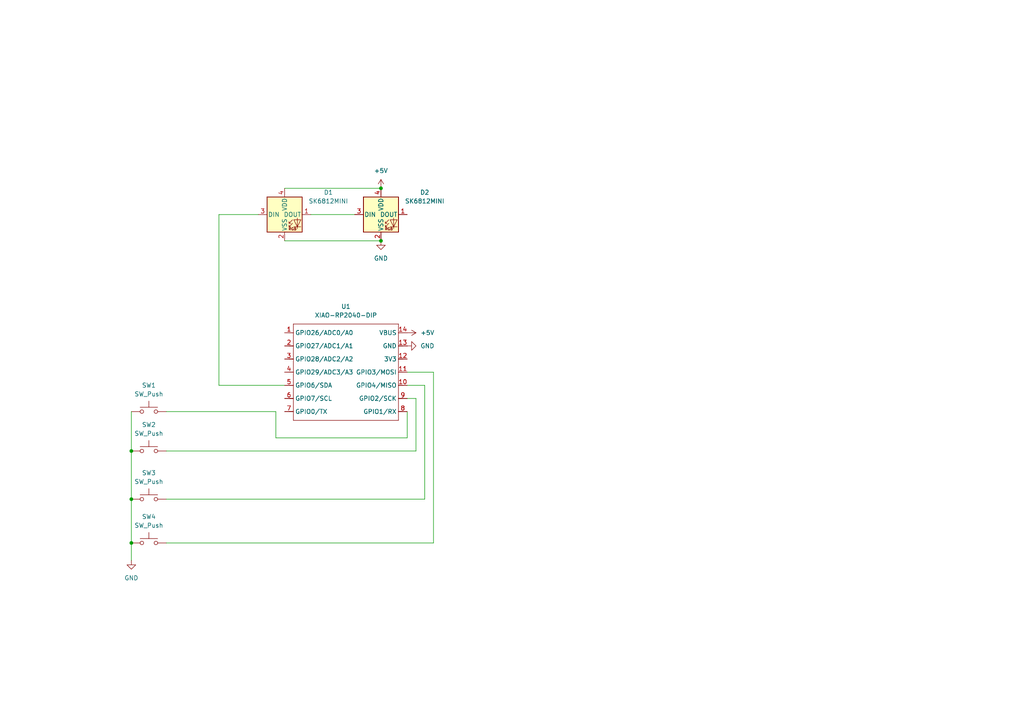
<source format=kicad_sch>
(kicad_sch (version 20250114) (generator "eeschema") (generator_version "9.0")
  (paper "A4")
  (lib_symbols
    (symbol "LED:SK6812MINI" (pin_names (offset 0.254))
      (property "Reference" "D" (at 5.08 5.715 0))
      (property "Value" "SK6812MINI" (at 1.27 -5.715 0))
      (symbol "SK6812MINI_0_0"
        (text "RGB" (at 2.286 -4.191 0) (effects (font (size 0.762 0.762))))
      )
      (symbol "SK6812MINI_0_1"
        (polyline (pts (xy 1.27 -2.54) (xy 1.778 -2.54)))
        (polyline (pts (xy 1.27 -3.556) (xy 1.778 -3.556)))
        (polyline (pts (xy 2.286 -1.524) (xy 1.27 -2.54) (xy 1.27 -2.032)))
        (polyline (pts (xy 2.286 -2.54) (xy 1.27 -3.556) (xy 1.27 -3.048)))
        (polyline (pts (xy 3.683 -1.016) (xy 3.683 -3.556) (xy 3.683 -4.064)))
        (polyline (pts (xy 4.699 -1.524) (xy 2.667 -1.524) (xy 3.683 -3.556) (xy 4.699 -1.524)))
        (polyline (pts (xy 4.699 -3.556) (xy 2.667 -3.556)))
        (rectangle (start 5.08 5.08) (end -5.08 -5.08) (stroke (width 0.254)) (fill (type background)))
      )
      (symbol "SK6812MINI_1_1"
        (pin input line (at -7.62 0 0) (length 2.54) (name "DIN") (number "3"))
        (pin power_in line (at 0 7.62 270) (length 2.54) (name "VDD") (number "4"))
        (pin power_in line (at 0 -7.62 90) (length 2.54) (name "VSS") (number "2"))
        (pin output line (at 7.62 0 180) (length 2.54) (name "DOUT") (number "1"))
      )
    )
    (symbol "OPL:XIAO-RP2040-DIP"
      (property "Reference" "U" (at 0 0 0))
      (property "Value" "XIAO-RP2040-DIP" (at 5.334 -1.778 0))
      (symbol "XIAO-RP2040-DIP_1_0"
        (polyline (pts (xy -1.27 -2.54) (xy 29.21 -2.54)) (stroke (width 0.1524)))
        (polyline (pts (xy -1.27 -5.08) (xy -2.54 -5.08)) (stroke (width 0.1524)))
        (polyline (pts (xy -1.27 -5.08) (xy -1.27 -2.54)) (stroke (width 0.1524)))
        (polyline (pts (xy -1.27 -8.89) (xy -2.54 -8.89)) (stroke (width 0.1524)))
        (polyline (pts (xy -1.27 -8.89) (xy -1.27 -5.08)) (stroke (width 0.1524)))
        (polyline (pts (xy -1.27 -12.7) (xy -2.54 -12.7)) (stroke (width 0.1524)))
        (polyline (pts (xy -1.27 -12.7) (xy -1.27 -8.89)) (stroke (width 0.1524)))
        (polyline (pts (xy -1.27 -16.51) (xy -2.54 -16.51)) (stroke (width 0.1524)))
        (polyline (pts (xy -1.27 -16.51) (xy -1.27 -12.7)) (stroke (width 0.1524)))
        (polyline (pts (xy -1.27 -20.32) (xy -2.54 -20.32)) (stroke (width 0.1524)))
        (polyline (pts (xy -1.27 -24.13) (xy -2.54 -24.13)) (stroke (width 0.1524)))
        (polyline (pts (xy -1.27 -27.94) (xy -2.54 -27.94)) (stroke (width 0.1524)))
        (polyline (pts (xy -1.27 -30.48) (xy -1.27 -16.51)) (stroke (width 0.1524)))
        (polyline (pts (xy 29.21 -2.54) (xy 29.21 -5.08)) (stroke (width 0.1524)))
        (polyline (pts (xy 29.21 -5.08) (xy 29.21 -8.89)) (stroke (width 0.1524)))
        (polyline (pts (xy 29.21 -8.89) (xy 29.21 -12.7)) (stroke (width 0.1524)))
        (polyline (pts (xy 29.21 -12.7) (xy 29.21 -30.48)) (stroke (width 0.1524)))
        (polyline (pts (xy 29.21 -30.48) (xy -1.27 -30.48)) (stroke (width 0.1524)))
        (polyline (pts (xy 30.48 -5.08) (xy 29.21 -5.08)) (stroke (width 0.1524)))
        (polyline (pts (xy 30.48 -8.89) (xy 29.21 -8.89)) (stroke (width 0.1524)))
        (polyline (pts (xy 30.48 -12.7) (xy 29.21 -12.7)) (stroke (width 0.1524)))
        (polyline (pts (xy 30.48 -16.51) (xy 29.21 -16.51)) (stroke (width 0.1524)))
        (polyline (pts (xy 30.48 -20.32) (xy 29.21 -20.32)) (stroke (width 0.1524)))
        (polyline (pts (xy 30.48 -24.13) (xy 29.21 -24.13)) (stroke (width 0.1524)))
        (polyline (pts (xy 30.48 -27.94) (xy 29.21 -27.94)) (stroke (width 0.1524)))
        (pin passive line (at -3.81 -5.08 0) (length 2.54) (name "GPIO26/ADC0/A0") (number "1"))
        (pin passive line (at -3.81 -8.89 0) (length 2.54) (name "GPIO27/ADC1/A1") (number "2"))
        (pin passive line (at -3.81 -12.7 0) (length 2.54) (name "GPIO28/ADC2/A2") (number "3"))
        (pin passive line (at -3.81 -16.51 0) (length 2.54) (name "GPIO29/ADC3/A3") (number "4"))
        (pin passive line (at -3.81 -20.32 0) (length 2.54) (name "GPIO6/SDA") (number "5"))
        (pin passive line (at -3.81 -24.13 0) (length 2.54) (name "GPIO7/SCL") (number "6"))
        (pin passive line (at -3.81 -27.94 0) (length 2.54) (name "GPIO0/TX") (number "7"))
        (pin passive line (at 31.75 -5.08 180) (length 2.54) (name "VBUS") (number "14"))
        (pin passive line (at 31.75 -8.89 180) (length 2.54) (name "GND") (number "13"))
        (pin passive line (at 31.75 -12.7 180) (length 2.54) (name "3V3") (number "12"))
        (pin passive line (at 31.75 -16.51 180) (length 2.54) (name "GPIO3/MOSI") (number "11"))
        (pin passive line (at 31.75 -20.32 180) (length 2.54) (name "GPIO4/MISO") (number "10"))
        (pin passive line (at 31.75 -24.13 180) (length 2.54) (name "GPIO2/SCK") (number "9"))
        (pin passive line (at 31.75 -27.94 180) (length 2.54) (name "GPIO1/RX") (number "8"))
      )
    )
    (symbol "Switch:SW_Push" (pin_numbers (hide yes)) (pin_names (offset 1.016) (hide yes))
      (property "Reference" "SW" (at 1.27 2.54 0))
      (property "Value" "SW_Push" (at 0 -1.524 0))
      (symbol "SW_Push_0_1"
        (circle (center -2.032 0) (radius 0.508))
        (polyline (pts (xy 0 1.27) (xy 0 3.048)))
        (circle (center 2.032 0) (radius 0.508))
        (polyline (pts (xy 2.54 1.27) (xy -2.54 1.27)))
        (pin passive line (at -5.08 0 0) (length 2.54) (name "1") (number "1"))
        (pin passive line (at 5.08 0 180) (length 2.54) (name "2") (number "2"))
      )
    )
    (symbol "power:+5V" (power) (pin_numbers (hide yes)) (pin_names (offset 0) (hide yes))
      (property "Value" "+5V" (at 0 3.556 0))
      (symbol "+5V_0_1"
        (polyline (pts (xy -0.762 1.27) (xy 0 2.54)))
        (polyline (pts (xy 0 2.54) (xy 0.762 1.27)))
        (polyline (pts (xy 0 0) (xy 0 2.54)))
      )
      (symbol "+5V_1_1"
        (pin power_in line (at 0 0 90) (length 0) (name "~") (number "1"))
      )
    )
    (symbol "power:GND" (power) (pin_numbers (hide yes)) (pin_names (offset 0) (hide yes))
      (property "Value" "GND" (at 0 -3.81 0))
      (symbol "GND_0_1"
        (polyline (pts (xy 0 0) (xy 0 -1.27) (xy 1.27 -1.27) (xy 0 -2.54) (xy -1.27 -1.27) (xy 0 -1.27)))
      )
      (symbol "GND_1_1"
        (pin power_in line (at 0 0 270) (length 0) (name "~") (number "1"))
      )
    )
  )
  (junction (at 110.49 69.85))
  (junction (at 38.1 130.81))
  (junction (at 38.1 157.48))
  (junction (at 110.49 54.61))
  (junction (at 38.1 144.78))
  (wire (pts (xy 48.26 119.38) (xy 80.01 119.38)))
  (wire (pts (xy 80.01 119.38) (xy 80.01 127)))
  (wire (pts (xy 63.5 62.23) (xy 63.5 111.76)))
  (wire (pts (xy 82.55 54.61) (xy 110.49 54.61)))
  (wire (pts (xy 38.1 119.38) (xy 38.1 130.81)))
  (wire (pts (xy 38.1 157.48) (xy 38.1 162.56)))
  (wire (pts (xy 120.65 115.57) (xy 118.11 115.57)))
  (wire (pts (xy 48.26 130.81) (xy 120.65 130.81)))
  (wire (pts (xy 120.65 130.81) (xy 120.65 115.57)))
  (wire (pts (xy 125.73 157.48) (xy 125.73 107.95)))
  (wire (pts (xy 48.26 144.78) (xy 123.19 144.78)))
  (wire (pts (xy 90.17 62.23) (xy 102.87 62.23)))
  (wire (pts (xy 82.55 69.85) (xy 110.49 69.85)))
  (wire (pts (xy 125.73 107.95) (xy 118.11 107.95)))
  (wire (pts (xy 123.19 111.76) (xy 118.11 111.76)))
  (wire (pts (xy 123.19 144.78) (xy 123.19 111.76)))
  (wire (pts (xy 63.5 111.76) (xy 82.55 111.76)))
  (wire (pts (xy 74.93 62.23) (xy 63.5 62.23)))
  (wire (pts (xy 48.26 157.48) (xy 125.73 157.48)))
  (wire (pts (xy 118.11 127) (xy 118.11 119.38)))
  (wire (pts (xy 38.1 130.81) (xy 38.1 144.78)))
  (wire (pts (xy 38.1 144.78) (xy 38.1 157.48)))
  (wire (pts (xy 80.01 127) (xy 118.11 127)))
  (symbol (lib_id "power:+5V") (at 110.49 54.61 0) (unit 1)
    (property "Reference" "#PWR02" (effects (hide yes)))
    (property "Value" "+5V" (at 110.49 49.53 0))
    (property "Description" "Power symbol creates a global label with name \"+5V\"" (effects (hide yes)))
  )
  (symbol (lib_id "Switch:SW_Push") (at 43.18 130.81 0) (unit 1)
    (property "Reference" "SW2" (at 43.18 123.19 0))
    (property "Value" "SW_Push" (at 43.18 125.73 0))
    (property "Footprint" "Button_Switch_Keyboard:SW_Cherry_MX_1.00u_PCB" (effects (hide yes)))
    (property "Description" "Push button switch, generic, two pins" (effects (hide yes)))
  )
  (symbol (lib_id "power:GND") (at 38.1 162.56 0) (unit 1)
    (property "Reference" "#PWR03" (effects (hide yes)))
    (property "Value" "GND" (at 38.1 167.64 0))
    (property "Description" "Power symbol creates a global label with name \"GND\" , ground" (effects (hide yes)))
  )
  (symbol (lib_id "LED:SK6812MINI") (at 82.55 62.23 0) (unit 1)
    (property "Reference" "D1" (at 95.25 55.8098 0))
    (property "Value" "SK6812MINI" (at 95.25 58.3498 0))
    (property "Footprint" "LED_SMD:LED_SK6812MINI_PLCC4_3.5x3.5mm_P1.75mm" (effects (hide yes)))
    (property "Datasheet" "https://cdn-shop.adafruit.com/product-files/2686/SK6812MINI_REV.01-1-2.pdf" (effects (hide yes)))
    (property "Description" "RGB LED with integrated controller" (effects (hide yes)))
  )
  (symbol (lib_id "power:GND") (at 110.49 69.85 0) (unit 1)
    (property "Reference" "#PWR01" (effects (hide yes)))
    (property "Value" "GND" (at 110.49 74.93 0))
    (property "Description" "Power symbol creates a global label with name \"GND\" , ground" (effects (hide yes)))
  )
  (symbol (lib_id "Switch:SW_Push") (at 43.18 119.38 0) (unit 1)
    (property "Reference" "SW1" (at 43.18 111.76 0))
    (property "Value" "SW_Push" (at 43.18 114.3 0))
    (property "Footprint" "Button_Switch_Keyboard:SW_Cherry_MX_1.00u_PCB" (effects (hide yes)))
    (property "Description" "Push button switch, generic, two pins" (effects (hide yes)))
  )
  (symbol (lib_id "power:+5V") (at 118.11 96.52 270) (unit 1)
    (property "Reference" "#PWR05" (effects (hide yes)))
    (property "Value" "+5V" (at 121.92 96.5199 90) (effects (justify left)))
    (property "Description" "Power symbol creates a global label with name \"+5V\"" (effects (hide yes)))
  )
  (symbol (lib_id "Switch:SW_Push") (at 43.18 157.48 0) (unit 1)
    (property "Reference" "SW4" (at 43.18 149.86 0))
    (property "Value" "SW_Push" (at 43.18 152.4 0))
    (property "Footprint" "Button_Switch_Keyboard:SW_Cherry_MX_1.00u_PCB" (effects (hide yes)))
    (property "Description" "Push button switch, generic, two pins" (effects (hide yes)))
  )
  (symbol (lib_id "LED:SK6812MINI") (at 110.49 62.23 0) (unit 1)
    (property "Reference" "D2" (at 123.19 55.8098 0))
    (property "Value" "SK6812MINI" (at 123.19 58.3498 0))
    (property "Footprint" "LED_SMD:LED_SK6812MINI_PLCC4_3.5x3.5mm_P1.75mm" (effects (hide yes)))
    (property "Datasheet" "https://cdn-shop.adafruit.com/product-files/2686/SK6812MINI_REV.01-1-2.pdf" (effects (hide yes)))
    (property "Description" "RGB LED with integrated controller" (effects (hide yes)))
  )
  (symbol (lib_id "Switch:SW_Push") (at 43.18 144.78 0) (unit 1)
    (property "Reference" "SW3" (at 43.18 137.16 0))
    (property "Value" "SW_Push" (at 43.18 139.7 0))
    (property "Footprint" "Button_Switch_Keyboard:SW_Cherry_MX_1.00u_PCB" (effects (hide yes)))
    (property "Description" "Push button switch, generic, two pins" (effects (hide yes)))
  )
  (symbol (lib_id "power:GND") (at 118.11 100.33 90) (unit 1)
    (property "Reference" "#PWR04" (effects (hide yes)))
    (property "Value" "GND" (at 121.92 100.3299 90) (effects (justify right)))
    (property "Description" "Power symbol creates a global label with name \"GND\" , ground" (effects (hide yes)))
  )
  (symbol (lib_id "OPL:XIAO-RP2040-DIP") (at 86.36 91.44 0) (unit 1)
    (property "Reference" "U1" (at 100.33 88.9 0))
    (property "Value" "XIAO-RP2040-DIP" (at 100.33 91.44 0))
    (property "Footprint" "XIOA:XIAO-RP2040-DIP" (effects (hide yes)))
  )
)
</source>
